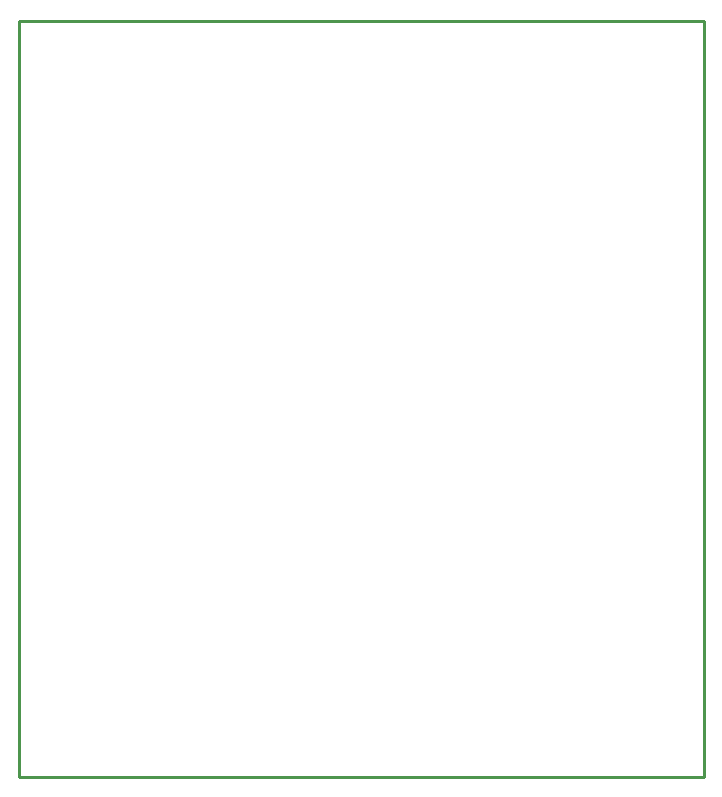
<source format=gko>
G04 Layer: BoardOutline*
G04 EasyEDA v6.3.22, 2020-01-22T11:07:26+01:00*
G04 3ac4b1cc3e28459caadfcca9b74a0810,6ac03ef627a24f5ab7c901ca926ad83b,10*
G04 Gerber Generator version 0.2*
G04 Scale: 100 percent, Rotated: No, Reflected: No *
G04 Dimensions in millimeters *
G04 leading zeros omitted , absolute positions ,3 integer and 3 decimal *
%FSLAX33Y33*%
%MOMM*%
G90*
G71D02*

%ADD10C,0.254000*%
G54D10*
G01X0Y64001D02*
G01X57999Y64001D01*
G01X57999Y1D01*
G01X0Y1D01*
G01X0Y64001D01*
G01X3Y63999D02*
G01X58003Y63999D01*
G01X58003Y0D01*
G01X3Y0D01*
G01X3Y63999D01*

%LPD*%
M00*
M02*

</source>
